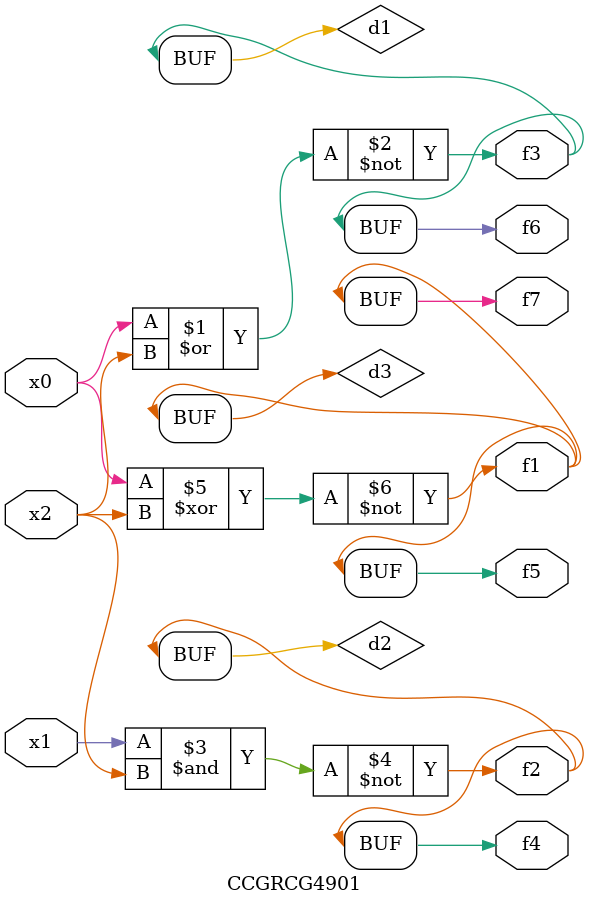
<source format=v>
module CCGRCG4901(
	input x0, x1, x2,
	output f1, f2, f3, f4, f5, f6, f7
);

	wire d1, d2, d3;

	nor (d1, x0, x2);
	nand (d2, x1, x2);
	xnor (d3, x0, x2);
	assign f1 = d3;
	assign f2 = d2;
	assign f3 = d1;
	assign f4 = d2;
	assign f5 = d3;
	assign f6 = d1;
	assign f7 = d3;
endmodule

</source>
